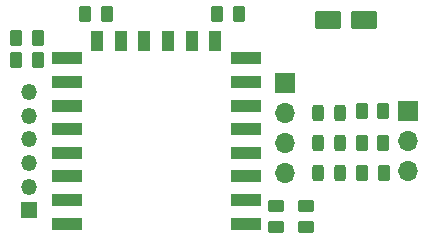
<source format=gbr>
%TF.GenerationSoftware,KiCad,Pcbnew,7.0.6-1.fc38*%
%TF.CreationDate,2023-08-14T18:07:14+02:00*%
%TF.ProjectId,ESP12F_INSPIRE_WIFI,45535031-3246-45f4-994e-53504952455f,rev?*%
%TF.SameCoordinates,Original*%
%TF.FileFunction,Soldermask,Top*%
%TF.FilePolarity,Negative*%
%FSLAX46Y46*%
G04 Gerber Fmt 4.6, Leading zero omitted, Abs format (unit mm)*
G04 Created by KiCad (PCBNEW 7.0.6-1.fc38) date 2023-08-14 18:07:14*
%MOMM*%
%LPD*%
G01*
G04 APERTURE LIST*
G04 Aperture macros list*
%AMRoundRect*
0 Rectangle with rounded corners*
0 $1 Rounding radius*
0 $2 $3 $4 $5 $6 $7 $8 $9 X,Y pos of 4 corners*
0 Add a 4 corners polygon primitive as box body*
4,1,4,$2,$3,$4,$5,$6,$7,$8,$9,$2,$3,0*
0 Add four circle primitives for the rounded corners*
1,1,$1+$1,$2,$3*
1,1,$1+$1,$4,$5*
1,1,$1+$1,$6,$7*
1,1,$1+$1,$8,$9*
0 Add four rect primitives between the rounded corners*
20,1,$1+$1,$2,$3,$4,$5,0*
20,1,$1+$1,$4,$5,$6,$7,0*
20,1,$1+$1,$6,$7,$8,$9,0*
20,1,$1+$1,$8,$9,$2,$3,0*%
G04 Aperture macros list end*
%ADD10RoundRect,0.243750X0.243750X0.456250X-0.243750X0.456250X-0.243750X-0.456250X0.243750X-0.456250X0*%
%ADD11RoundRect,0.250000X-0.262500X-0.450000X0.262500X-0.450000X0.262500X0.450000X-0.262500X0.450000X0*%
%ADD12RoundRect,0.250000X-0.450000X0.262500X-0.450000X-0.262500X0.450000X-0.262500X0.450000X0.262500X0*%
%ADD13RoundRect,0.250000X0.262500X0.450000X-0.262500X0.450000X-0.262500X-0.450000X0.262500X-0.450000X0*%
%ADD14RoundRect,0.250000X0.450000X-0.262500X0.450000X0.262500X-0.450000X0.262500X-0.450000X-0.262500X0*%
%ADD15R,2.500000X1.000000*%
%ADD16R,1.000000X1.800000*%
%ADD17RoundRect,0.250000X-0.850000X-0.550000X0.850000X-0.550000X0.850000X0.550000X-0.850000X0.550000X0*%
%ADD18R,1.700000X1.700000*%
%ADD19O,1.700000X1.700000*%
%ADD20R,1.350000X1.350000*%
%ADD21O,1.350000X1.350000*%
G04 APERTURE END LIST*
D10*
%TO.C,D1*%
X129874000Y-71882000D03*
X127999000Y-71882000D03*
%TD*%
%TO.C,D2*%
X129874000Y-74422000D03*
X127999000Y-74422000D03*
%TD*%
D11*
%TO.C,R5*%
X108307500Y-63500000D03*
X110132500Y-63500000D03*
%TD*%
D12*
%TO.C,R6*%
X124460000Y-79756000D03*
X124460000Y-81581000D03*
%TD*%
D13*
%TO.C,R7*%
X133557000Y-71755000D03*
X131732000Y-71755000D03*
%TD*%
D10*
%TO.C,D3*%
X129874000Y-76962000D03*
X127999000Y-76962000D03*
%TD*%
D11*
%TO.C,R2*%
X102465500Y-65531000D03*
X104290500Y-65531000D03*
%TD*%
D14*
%TO.C,R1*%
X127000000Y-81581000D03*
X127000000Y-79756000D03*
%TD*%
D15*
%TO.C,U1*%
X121920000Y-81280000D03*
X121920000Y-79280000D03*
X121920000Y-77280000D03*
X121920000Y-75280000D03*
X121920000Y-73280000D03*
X121920000Y-71280000D03*
X121920000Y-69280000D03*
X121920000Y-67280000D03*
D16*
X119320000Y-65780000D03*
X117320000Y-65780000D03*
X115320000Y-65780000D03*
X113320000Y-65780000D03*
X111320000Y-65780000D03*
X109320000Y-65780000D03*
D15*
X106720000Y-67280000D03*
X106720000Y-69280000D03*
X106720000Y-71280000D03*
X106720000Y-73280000D03*
X106720000Y-75280000D03*
X106720000Y-77280000D03*
X106720000Y-79280000D03*
X106720000Y-81280000D03*
%TD*%
D17*
%TO.C,C1*%
X128888000Y-64008000D03*
X131888000Y-64008000D03*
%TD*%
D13*
%TO.C,R4*%
X104290500Y-67436000D03*
X102465500Y-67436000D03*
%TD*%
D18*
%TO.C,J3*%
X135636000Y-71755000D03*
D19*
X135636000Y-74295000D03*
X135636000Y-76835000D03*
%TD*%
D20*
%TO.C,J2*%
X103505000Y-80136000D03*
D21*
X103505000Y-78136000D03*
X103505000Y-76136000D03*
X103505000Y-74136000D03*
X103505000Y-72136000D03*
X103505000Y-70136000D03*
%TD*%
D13*
%TO.C,R9*%
X133604000Y-76962000D03*
X131779000Y-76962000D03*
%TD*%
D11*
%TO.C,R3*%
X119460000Y-63500000D03*
X121285000Y-63500000D03*
%TD*%
D13*
%TO.C,R8*%
X133557000Y-74422000D03*
X131732000Y-74422000D03*
%TD*%
D18*
%TO.C,J1*%
X125222000Y-69342000D03*
D19*
X125222000Y-71882000D03*
X125222000Y-74422000D03*
X125222000Y-76962000D03*
%TD*%
M02*

</source>
